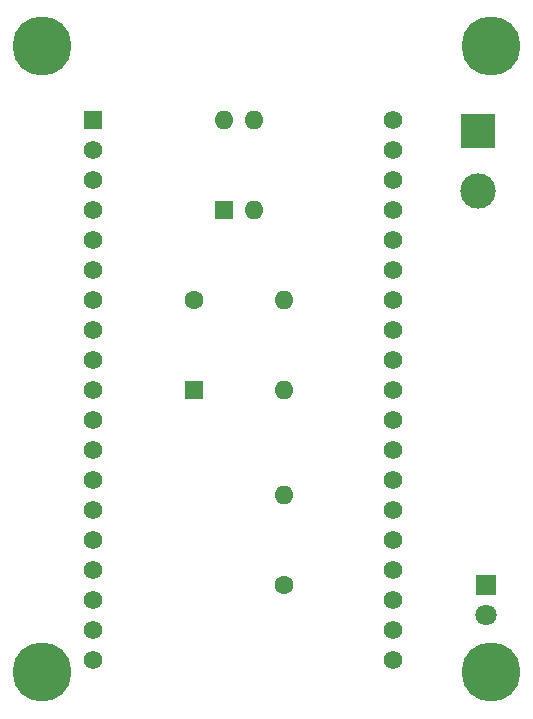
<source format=gbs>
G04 #@! TF.GenerationSoftware,KiCad,Pcbnew,6.0.10+dfsg-1~bpo11+1*
G04 #@! TF.CreationDate,2023-02-14T21:12:59+00:00*
G04 #@! TF.ProjectId,Gazpar,47617a70-6172-42e6-9b69-6361645f7063,rev?*
G04 #@! TF.SameCoordinates,Original*
G04 #@! TF.FileFunction,Soldermask,Bot*
G04 #@! TF.FilePolarity,Negative*
%FSLAX46Y46*%
G04 Gerber Fmt 4.6, Leading zero omitted, Abs format (unit mm)*
G04 Created by KiCad (PCBNEW 6.0.10+dfsg-1~bpo11+1) date 2023-02-14 21:12:59*
%MOMM*%
%LPD*%
G01*
G04 APERTURE LIST*
%ADD10R,1.800000X1.800000*%
%ADD11C,1.800000*%
%ADD12R,1.600000X1.600000*%
%ADD13O,1.600000X1.600000*%
%ADD14R,1.560000X1.560000*%
%ADD15C,1.560000*%
%ADD16C,1.600000*%
%ADD17R,3.000000X3.000000*%
%ADD18C,3.000000*%
%ADD19C,2.900000*%
%ADD20C,5.000000*%
G04 APERTURE END LIST*
D10*
X190570000Y-89610000D03*
D11*
X190570000Y-92150000D03*
D12*
X165842500Y-73100000D03*
D13*
X173462500Y-73100000D03*
D14*
X157300000Y-50240000D03*
D15*
X157300000Y-52780000D03*
X157300000Y-55320000D03*
X157300000Y-57860000D03*
X157300000Y-60400000D03*
X157300000Y-62940000D03*
X157300000Y-65480000D03*
X157300000Y-68020000D03*
X157300000Y-70560000D03*
X157300000Y-73100000D03*
X157300000Y-75640000D03*
X157300000Y-78180000D03*
X157300000Y-80720000D03*
X157300000Y-83260000D03*
X157300000Y-85800000D03*
X157300000Y-88340000D03*
X157300000Y-90880000D03*
X157300000Y-93420000D03*
X157300000Y-95960000D03*
X182700000Y-50240000D03*
X182700000Y-52780000D03*
X182700000Y-55320000D03*
X182700000Y-57860000D03*
X182700000Y-60400000D03*
X182700000Y-62940000D03*
X182700000Y-65480000D03*
X182700000Y-68020000D03*
X182700000Y-70560000D03*
X182700000Y-73100000D03*
X182700000Y-75640000D03*
X182700000Y-78180000D03*
X182700000Y-80720000D03*
X182700000Y-83260000D03*
X182700000Y-85800000D03*
X182700000Y-88340000D03*
X182700000Y-90880000D03*
X182700000Y-93420000D03*
X182700000Y-95960000D03*
D16*
X165842500Y-65480000D03*
D13*
X173462500Y-65480000D03*
D12*
X168377500Y-57860000D03*
D13*
X170917500Y-57860000D03*
X170917500Y-50240000D03*
X168377500Y-50240000D03*
D17*
X189935000Y-51180000D03*
D18*
X189935000Y-56260000D03*
D16*
X173462500Y-89610000D03*
D13*
X173462500Y-81990000D03*
D19*
X191000000Y-97000000D03*
D20*
X191000000Y-97000000D03*
X191000000Y-44000000D03*
D19*
X191000000Y-44000000D03*
X153000000Y-44000000D03*
D20*
X153000000Y-44000000D03*
D19*
X153000000Y-97000000D03*
D20*
X153000000Y-97000000D03*
M02*

</source>
